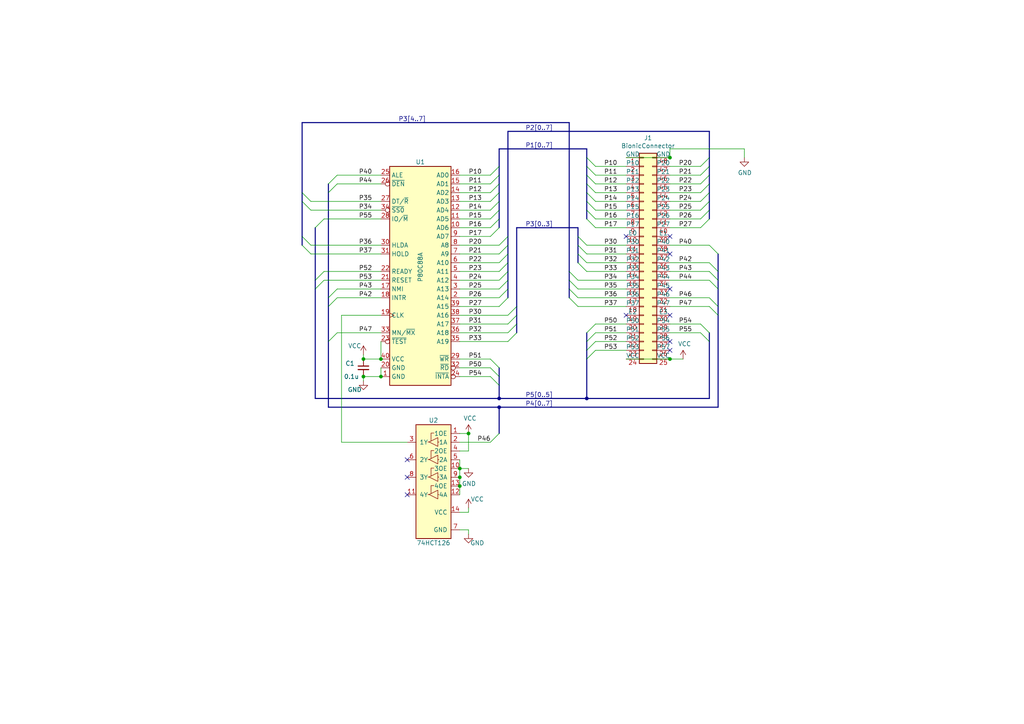
<source format=kicad_sch>
(kicad_sch (version 20211123) (generator eeschema)
  (paper "A4")
  (title_block (title "BionicP8088 Mezzanine") (date "2022-01-18") (rev "1") (company "Tadashi G. Takaoka"))
  (lib_symbols
    (symbol "0-LocalLibrary:74HCT126" (pin_names (offset 1.016))
      (property "Reference" "U" (at 0 16.51 0))
      (property "Value" "74HCT126" (at 0 -19.05 0))
      (symbol "74HCT126_0_1"
        (polyline (pts (xy -1.2954 10.2108) (xy -1.6002 10.2108)))
        (polyline (pts (xy 1.2954 10.2362) (xy 1.651 10.2362)))
        (polyline (pts (xy 0.7112 10.5664) (xy 0.7112 12.827) (xy -0.127 12.827) (xy -0.1016 12.827)))
      )
      (symbol "74HCT126_1_0"
        (polyline (pts (xy 1.27 10.2362) (xy -1.27 11.5062) (xy -1.27 8.9662) (xy 1.27 10.2362)) (stroke (width 0.1524)))
        (pin input line (at -7.62 12.7 0) (length 2.54) (name "1OE") (number "1"))
        (pin input line (at -7.62 2.54 0) (length 2.54) (name "3OE") (number "10"))
        (pin tri_state line (at 7.62 -5.08 180) (length 2.54) (name "4Y") (number "11"))
        (pin input line (at -7.62 -5.08 0) (length 2.54) (name "4A") (number "12"))
        (pin input line (at -7.62 -2.54 0) (length 2.54) (name "4OE") (number "13"))
        (pin power_in line (at -7.62 -10.16 0) (length 2.54) (name "VCC") (number "14"))
        (pin input line (at -7.62 10.16 0) (length 2.54) (name "1A") (number "2"))
        (pin tri_state line (at 7.62 10.16 180) (length 2.54) (name "1Y") (number "3"))
        (pin input line (at -7.62 7.62 0) (length 2.54) (name "2OE") (number "4"))
        (pin input line (at -7.62 5.08 0) (length 2.54) (name "2A") (number "5"))
        (pin tri_state line (at 7.62 5.08 180) (length 2.54) (name "2Y") (number "6"))
        (pin power_in line (at -7.62 -15.24 0) (length 2.54) (name "GND") (number "7"))
        (pin tri_state line (at 7.62 0 180) (length 2.54) (name "3Y") (number "8"))
        (pin input line (at -7.62 0 0) (length 2.54) (name "3A") (number "9"))
      )
      (symbol "74HCT126_1_1"
        (rectangle (start -5.08 15.24) (end 5.08 -17.78) (stroke (width 0.254)) (fill (type background)))
        (polyline (pts (xy -1.2954 -5.0292) (xy -1.6002 -5.0292)))
        (polyline (pts (xy -1.2954 0.0508) (xy -1.6002 0.0508)))
        (polyline (pts (xy -1.2954 5.1308) (xy -1.6002 5.1308)))
        (polyline (pts (xy 1.2954 -5.0038) (xy 1.651 -5.0038)))
        (polyline (pts (xy 1.2954 0.0762) (xy 1.651 0.0762)))
        (polyline (pts (xy 1.2954 5.1562) (xy 1.651 5.1562)))
        (polyline (pts (xy 0.7112 -4.6736) (xy 0.7112 -2.413) (xy -0.127 -2.413) (xy -0.1016 -2.413)))
        (polyline (pts (xy 0.7112 0.4064) (xy 0.7112 2.667) (xy -0.127 2.667) (xy -0.1016 2.667)))
        (polyline (pts (xy 0.7112 5.4864) (xy 0.7112 7.747) (xy -0.127 7.747) (xy -0.1016 7.747)))
        (polyline (pts (xy 1.27 -5.0038) (xy -1.27 -3.7338) (xy -1.27 -6.2738) (xy 1.27 -5.0038)) (stroke (width 0.1524)))
        (polyline (pts (xy 1.27 0.0762) (xy -1.27 1.3462) (xy -1.27 -1.1938) (xy 1.27 0.0762)) (stroke (width 0.1524)))
        (polyline (pts (xy 1.27 5.1562) (xy -1.27 6.4262) (xy -1.27 3.8862) (xy 1.27 5.1562)) (stroke (width 0.1524)))
      )
    )
    (symbol "0-LocalLibrary:BionicConnector" (pin_names (offset 0))
      (property "Reference" "J" (at 1.27 30.48 0))
      (property "Value" "BionicConnector" (at 3.81 33.02 0))
      (symbol "BionicConnector_1_1"
        (rectangle (start -1.27 -30.353) (end 0 -30.607) (stroke (width 0.1524)))
        (rectangle (start -1.27 -27.813) (end 0 -28.067) (stroke (width 0.1524)))
        (rectangle (start -1.27 -25.273) (end 0 -25.527) (stroke (width 0.1524)))
        (rectangle (start -1.27 -22.733) (end 0 -22.987) (stroke (width 0.1524)))
        (rectangle (start -1.27 -20.193) (end 0 -20.447) (stroke (width 0.1524)))
        (rectangle (start -1.27 -17.653) (end 0 -17.907) (stroke (width 0.1524)))
        (rectangle (start -1.27 -15.113) (end 0 -15.367) (stroke (width 0.1524)))
        (rectangle (start -1.27 -12.573) (end 0 -12.827) (stroke (width 0.1524)))
        (rectangle (start -1.27 -10.033) (end 0 -10.287) (stroke (width 0.1524)))
        (rectangle (start -1.27 -7.493) (end 0 -7.747) (stroke (width 0.1524)))
        (rectangle (start -1.27 -4.953) (end 0 -5.207) (stroke (width 0.1524)))
        (rectangle (start -1.27 -2.413) (end 0 -2.667) (stroke (width 0.1524)))
        (rectangle (start -1.27 0.127) (end 0 -0.127) (stroke (width 0.1524)))
        (rectangle (start -1.27 2.667) (end 0 2.413) (stroke (width 0.1524)))
        (rectangle (start -1.27 5.207) (end 0 4.953) (stroke (width 0.1524)))
        (rectangle (start -1.27 7.747) (end 0 7.493) (stroke (width 0.1524)))
        (rectangle (start -1.27 10.287) (end 0 10.033) (stroke (width 0.1524)))
        (rectangle (start -1.27 12.827) (end 0 12.573) (stroke (width 0.1524)))
        (rectangle (start -1.27 15.367) (end 0 15.113) (stroke (width 0.1524)))
        (rectangle (start -1.27 17.907) (end 0 17.653) (stroke (width 0.1524)))
        (rectangle (start -1.27 20.447) (end 0 20.193) (stroke (width 0.1524)))
        (rectangle (start -1.27 22.987) (end 0 22.733) (stroke (width 0.1524)))
        (rectangle (start -1.27 25.527) (end 0 25.273) (stroke (width 0.1524)))
        (rectangle (start -1.27 28.067) (end 0 27.813) (stroke (width 0.1524)))
        (rectangle (start -1.27 29.21) (end 3.81 -31.75) (stroke (width 0.254)) (fill (type background)))
        (rectangle (start 3.81 -30.353) (end 2.54 -30.607) (stroke (width 0.1524)))
        (rectangle (start 3.81 -27.813) (end 2.54 -28.067) (stroke (width 0.1524)))
        (rectangle (start 3.81 -25.273) (end 2.54 -25.527) (stroke (width 0.1524)))
        (rectangle (start 3.81 -22.733) (end 2.54 -22.987) (stroke (width 0.1524)))
        (rectangle (start 3.81 -20.193) (end 2.54 -20.447) (stroke (width 0.1524)))
        (rectangle (start 3.81 -17.653) (end 2.54 -17.907) (stroke (width 0.1524)))
        (rectangle (start 3.81 -15.113) (end 2.54 -15.367) (stroke (width 0.1524)))
        (rectangle (start 3.81 -12.573) (end 2.54 -12.827) (stroke (width 0.1524)))
        (rectangle (start 3.81 -10.033) (end 2.54 -10.287) (stroke (width 0.1524)))
        (rectangle (start 3.81 -7.493) (end 2.54 -7.747) (stroke (width 0.1524)))
        (rectangle (start 3.81 -4.953) (end 2.54 -5.207) (stroke (width 0.1524)))
        (rectangle (start 3.81 -2.413) (end 2.54 -2.667) (stroke (width 0.1524)))
        (rectangle (start 3.81 0.127) (end 2.54 -0.127) (stroke (width 0.1524)))
        (rectangle (start 3.81 2.667) (end 2.54 2.413) (stroke (width 0.1524)))
        (rectangle (start 3.81 5.207) (end 2.54 4.953) (stroke (width 0.1524)))
        (rectangle (start 3.81 7.747) (end 2.54 7.493) (stroke (width 0.1524)))
        (rectangle (start 3.81 10.287) (end 2.54 10.033) (stroke (width 0.1524)))
        (rectangle (start 3.81 12.827) (end 2.54 12.573) (stroke (width 0.1524)))
        (rectangle (start 3.81 15.367) (end 2.54 15.113) (stroke (width 0.1524)))
        (rectangle (start 3.81 17.907) (end 2.54 17.653) (stroke (width 0.1524)))
        (rectangle (start 3.81 20.447) (end 2.54 20.193) (stroke (width 0.1524)))
        (rectangle (start 3.81 22.987) (end 2.54 22.733) (stroke (width 0.1524)))
        (rectangle (start 3.81 25.527) (end 2.54 25.273) (stroke (width 0.1524)))
        (rectangle (start 3.81 28.067) (end 2.54 27.813) (stroke (width 0.1524)))
        (pin power_out line (at -5.08 27.94 0) (length 3.81) (name "GND") (number "1"))
        (pin bidirectional line (at -5.08 5.08 0) (length 3.81) (name "E0") (number "10"))
        (pin bidirectional line (at -5.08 2.54 0) (length 3.81) (name "P30") (number "11"))
        (pin bidirectional line (at -5.08 0 0) (length 3.81) (name "P31") (number "12"))
        (pin bidirectional line (at -5.08 -2.54 0) (length 3.81) (name "P32") (number "13"))
        (pin bidirectional line (at -5.08 -5.08 0) (length 3.81) (name "P33") (number "14"))
        (pin bidirectional line (at -5.08 -7.62 0) (length 3.81) (name "P34") (number "15"))
        (pin bidirectional line (at -5.08 -10.16 0) (length 3.81) (name "P35") (number "16"))
        (pin bidirectional line (at -5.08 -12.7 0) (length 3.81) (name "P36") (number "17"))
        (pin bidirectional line (at -5.08 -15.24 0) (length 3.81) (name "P37") (number "18"))
        (pin bidirectional line (at -5.08 -17.78 0) (length 3.81) (name "E2") (number "19"))
        (pin bidirectional line (at -5.08 25.4 0) (length 3.81) (name "P10") (number "2"))
        (pin bidirectional line (at -5.08 -20.32 0) (length 3.81) (name "P50") (number "20"))
        (pin bidirectional line (at -5.08 -22.86 0) (length 3.81) (name "P51") (number "21"))
        (pin bidirectional line (at -5.08 -25.4 0) (length 3.81) (name "P52") (number "22"))
        (pin bidirectional line (at -5.08 -27.94 0) (length 3.81) (name "P53") (number "23"))
        (pin power_out line (at -5.08 -30.48 0) (length 3.81) (name "VCC") (number "24"))
        (pin power_in line (at 7.62 -30.48 180) (length 3.81) (name "VCC") (number "25"))
        (pin bidirectional line (at 7.62 -27.94 180) (length 3.81) (name "P57") (number "26"))
        (pin bidirectional line (at 7.62 -25.4 180) (length 3.81) (name "P56") (number "27"))
        (pin bidirectional line (at 7.62 -22.86 180) (length 3.81) (name "P55") (number "28"))
        (pin bidirectional line (at 7.62 -20.32 180) (length 3.81) (name "P54") (number "29"))
        (pin bidirectional line (at -5.08 22.86 0) (length 3.81) (name "P11") (number "3"))
        (pin bidirectional line (at 7.62 -17.78 180) (length 3.81) (name "E3") (number "30"))
        (pin bidirectional line (at 7.62 -15.24 180) (length 3.81) (name "P47") (number "31"))
        (pin bidirectional line (at 7.62 -12.7 180) (length 3.81) (name "P46") (number "32"))
        (pin bidirectional line (at 7.62 -10.16 180) (length 3.81) (name "P45") (number "33"))
        (pin bidirectional line (at 7.62 -7.62 180) (length 3.81) (name "P44") (number "34"))
        (pin bidirectional line (at 7.62 -5.08 180) (length 3.81) (name "P43") (number "35"))
        (pin bidirectional line (at 7.62 -2.54 180) (length 3.81) (name "P42") (number "36"))
        (pin bidirectional line (at 7.62 0 180) (length 3.81) (name "P41") (number "37"))
        (pin bidirectional line (at 7.62 2.54 180) (length 3.81) (name "P40") (number "38"))
        (pin bidirectional line (at 7.62 5.08 180) (length 3.81) (name "E1") (number "39"))
        (pin bidirectional line (at -5.08 20.32 0) (length 3.81) (name "P12") (number "4"))
        (pin bidirectional line (at 7.62 7.62 180) (length 3.81) (name "P27") (number "40"))
        (pin bidirectional line (at 7.62 10.16 180) (length 3.81) (name "P26") (number "41"))
        (pin bidirectional line (at 7.62 12.7 180) (length 3.81) (name "P25") (number "42"))
        (pin bidirectional line (at 7.62 15.24 180) (length 3.81) (name "P24") (number "43"))
        (pin bidirectional line (at 7.62 17.78 180) (length 3.81) (name "P23") (number "44"))
        (pin bidirectional line (at 7.62 20.32 180) (length 3.81) (name "P22") (number "45"))
        (pin bidirectional line (at 7.62 22.86 180) (length 3.81) (name "P21") (number "46"))
        (pin bidirectional line (at 7.62 25.4 180) (length 3.81) (name "P20") (number "47"))
        (pin power_in line (at 7.62 27.94 180) (length 3.81) (name "GND") (number "48"))
        (pin bidirectional line (at -5.08 17.78 0) (length 3.81) (name "P13") (number "5"))
        (pin bidirectional line (at -5.08 15.24 0) (length 3.81) (name "P14") (number "6"))
        (pin bidirectional line (at -5.08 12.7 0) (length 3.81) (name "P15") (number "7"))
        (pin bidirectional line (at -5.08 10.16 0) (length 3.81) (name "P16") (number "8"))
        (pin bidirectional line (at -5.08 7.62 0) (length 3.81) (name "P17") (number "9"))
      )
    )
    (symbol "0-LocalLibrary:P80C88A"
      (property "Reference" "U" (at -1.27 31.75 0))
      (property "Value" "P80C88A" (at 0 -3.81 90))
      (symbol "P80C88A_0_1"
        (rectangle (start -8.89 -33.02) (end 8.89 30.48) (stroke (width 0.254)) (fill (type background)))
      )
      (symbol "P80C88A_1_1"
        (pin power_in line (at -11.43 -30.48 0) (length 2.54) (name "GND") (number "1"))
        (pin bidirectional line (at 11.43 12.7 180) (length 2.54) (name "AD6") (number "10"))
        (pin bidirectional line (at 11.43 15.24 180) (length 2.54) (name "AD5") (number "11"))
        (pin bidirectional line (at 11.43 17.78 180) (length 2.54) (name "AD4") (number "12"))
        (pin bidirectional line (at 11.43 20.32 180) (length 2.54) (name "AD3") (number "13"))
        (pin bidirectional line (at 11.43 22.86 180) (length 2.54) (name "AD2") (number "14"))
        (pin bidirectional line (at 11.43 25.4 180) (length 2.54) (name "AD1") (number "15"))
        (pin bidirectional line (at 11.43 27.94 180) (length 2.54) (name "AD0") (number "16"))
        (pin input line (at -11.43 -5.08 0) (length 2.54) (name "NMI") (number "17"))
        (pin input line (at -11.43 -7.62 0) (length 2.54) (name "INTR") (number "18"))
        (pin input clock (at -11.43 -12.7 0) (length 2.54) (name "CLK") (number "19"))
        (pin output line (at 11.43 -7.62 180) (length 2.54) (name "A14") (number "2"))
        (pin power_in line (at -11.43 -27.94 0) (length 2.54) (name "GND") (number "20"))
        (pin input line (at -11.43 -2.54 0) (length 2.54) (name "RESET") (number "21"))
        (pin input line (at -11.43 0 0) (length 2.54) (name "READY") (number "22"))
        (pin input inverted (at -11.43 -20.32 0) (length 2.54) (name "~{TEST}") (number "23"))
        (pin output inverted (at 11.43 -30.48 180) (length 2.54) (name "~{INTA}") (number "24"))
        (pin output line (at -11.43 27.94 0) (length 2.54) (name "ALE") (number "25"))
        (pin output inverted (at -11.43 25.4 0) (length 2.54) (name "~{DEN}") (number "26"))
        (pin output line (at -11.43 20.32 0) (length 2.54) (name "DT/~{R}") (number "27"))
        (pin output line (at -11.43 15.24 0) (length 2.54) (name "IO/~{M}") (number "28"))
        (pin output line (at 11.43 -25.4 180) (length 2.54) (name "~{WR}") (number "29"))
        (pin output line (at 11.43 -5.08 180) (length 2.54) (name "A13") (number "3"))
        (pin output line (at -11.43 7.62 0) (length 2.54) (name "HLDA") (number "30"))
        (pin input line (at -11.43 5.08 0) (length 2.54) (name "HOLD") (number "31"))
        (pin output inverted (at 11.43 -27.94 180) (length 2.54) (name "~{RD}") (number "32"))
        (pin input line (at -11.43 -17.78 0) (length 2.54) (name "MN/~{MX}") (number "33"))
        (pin output inverted (at -11.43 17.78 0) (length 2.54) (name "~{SS0}") (number "34"))
        (pin output line (at 11.43 -20.32 180) (length 2.54) (name "A19") (number "35"))
        (pin output line (at 11.43 -17.78 180) (length 2.54) (name "A18") (number "36"))
        (pin output line (at 11.43 -15.24 180) (length 2.54) (name "A17") (number "37"))
        (pin output line (at 11.43 -12.7 180) (length 2.54) (name "A16") (number "38"))
        (pin output line (at 11.43 -10.16 180) (length 2.54) (name "A15") (number "39"))
        (pin output line (at 11.43 -2.54 180) (length 2.54) (name "A12") (number "4"))
        (pin power_in line (at -11.43 -25.4 0) (length 2.54) (name "VCC") (number "40"))
        (pin output line (at 11.43 0 180) (length 2.54) (name "A11") (number "5"))
        (pin output line (at 11.43 2.54 180) (length 2.54) (name "A10") (number "6"))
        (pin output line (at 11.43 5.08 180) (length 2.54) (name "A9") (number "7"))
        (pin output line (at 11.43 7.62 180) (length 2.54) (name "A8") (number "8"))
        (pin bidirectional line (at 11.43 10.16 180) (length 2.54) (name "AD7") (number "9"))
      )
    )
    (symbol "Device:C_Small" (pin_numbers hide) (pin_names (offset 0.254) hide)
      (property "Reference" "C" (at 0.254 1.778 0))
      (property "Value" "C_Small" (at 0.254 -2.032 0))
      (symbol "C_Small_0_1"
        (polyline (pts (xy -1.524 -0.508) (xy 1.524 -0.508)) (stroke (width 0.3302)))
        (polyline (pts (xy -1.524 0.508) (xy 1.524 0.508)) (stroke (width 0.3048)))
      )
      (symbol "C_Small_1_1"
        (pin passive line (at 0 2.54 270) (length 2.032) (name "~") (number "1"))
        (pin passive line (at 0 -2.54 90) (length 2.032) (name "~") (number "2"))
      )
    )
    (symbol "power:GND" (power) (pin_names (offset 0))
      (property "Value" "GND" (at 0 -3.81 0))
      (symbol "GND_0_1"
        (polyline (pts (xy 0 0) (xy 0 -1.27) (xy 1.27 -1.27) (xy 0 -2.54) (xy -1.27 -1.27) (xy 0 -1.27)))
      )
      (symbol "GND_1_1"
        (pin power_in line (at 0 0 270) (length 0) hide (name "GND") (number "1"))
      )
    )
    (symbol "power:VCC" (power) (pin_names (offset 0))
      (property "Value" "VCC" (at 0 3.81 0))
      (symbol "VCC_0_1"
        (polyline (pts (xy -0.762 1.27) (xy 0 2.54)))
        (polyline (pts (xy 0 0) (xy 0 2.54)))
        (polyline (pts (xy 0 2.54) (xy 0.762 1.27)))
      )
      (symbol "VCC_1_1"
        (pin power_in line (at 0 0 90) (length 0) hide (name "VCC") (number "1"))
      )
    )
  )
  (junction (at 110.49 104.14))
  (junction (at 105.41 109.22))
  (junction (at 194.31 45.72))
  (junction (at 144.78 115.57))
  (junction (at 133.35 138.43))
  (junction (at 133.35 135.89))
  (junction (at 133.35 140.97))
  (junction (at 194.31 104.14))
  (junction (at 170.18 115.57))
  (junction (at 135.89 125.73))
  (junction (at 144.78 118.11))
  (junction (at 105.41 104.14))
  (junction (at 110.49 109.22))
  (no_connect (at 181.61 91.44))
  (no_connect (at 194.31 83.82))
  (no_connect (at 194.31 73.66))
  (no_connect (at 118.11 138.43))
  (no_connect (at 181.61 68.58))
  (no_connect (at 194.31 91.44))
  (no_connect (at 194.31 99.06))
  (no_connect (at 118.11 133.35))
  (no_connect (at 118.11 143.51))
  (no_connect (at 194.31 68.58))
  (no_connect (at 194.31 101.6))
  (bus_entry (at 142.24 66.04) (size 2.54 -2.54))
  (bus_entry (at 91.44 66.04) (size 2.54 -2.54))
  (bus_entry (at 172.72 101.6) (size -2.54 2.54))
  (bus_entry (at 205.74 60.96) (size -2.54 2.54))
  (bus_entry (at 147.32 76.2) (size -2.54 2.54))
  (bus_entry (at 205.74 45.72) (size -2.54 2.54))
  (bus_entry (at 142.24 58.42) (size 2.54 -2.54))
  (bus_entry (at 205.74 50.8) (size -2.54 2.54))
  (bus_entry (at 167.64 76.2) (size 2.54 2.54))
  (bus_entry (at 142.24 104.14) (size 2.54 2.54))
  (bus_entry (at 172.72 50.8) (size -2.54 -2.54))
  (bus_entry (at 172.72 66.04) (size -2.54 -2.54))
  (bus_entry (at 205.74 63.5) (size -2.54 2.54))
  (bus_entry (at 167.64 83.82) (size -2.54 -2.54))
  (bus_entry (at 172.72 58.42) (size -2.54 -2.54))
  (bus_entry (at 149.86 96.52) (size -2.54 2.54))
  (bus_entry (at 205.74 88.9) (size 2.54 2.54))
  (bus_entry (at 149.86 88.9) (size -2.54 2.54))
  (bus_entry (at 95.25 53.34) (size 2.54 -2.54))
  (bus_entry (at 172.72 48.26) (size -2.54 -2.54))
  (bus_entry (at 172.72 53.34) (size -2.54 -2.54))
  (bus_entry (at 205.74 71.12) (size 2.54 2.54))
  (bus_entry (at 205.74 53.34) (size -2.54 2.54))
  (bus_entry (at 87.63 68.58) (size 2.54 2.54))
  (bus_entry (at 87.63 71.12) (size 2.54 2.54))
  (bus_entry (at 205.74 48.26) (size -2.54 2.54))
  (bus_entry (at 144.78 125.73) (size -2.54 2.54))
  (bus_entry (at 167.64 73.66) (size 2.54 2.54))
  (bus_entry (at 172.72 63.5) (size -2.54 -2.54))
  (bus_entry (at 147.32 81.28) (size -2.54 2.54))
  (bus_entry (at 87.63 55.88) (size 2.54 2.54))
  (bus_entry (at 203.2 93.98) (size 2.54 2.54))
  (bus_entry (at 205.74 81.28) (size 2.54 2.54))
  (bus_entry (at 167.64 86.36) (size -2.54 -2.54))
  (bus_entry (at 95.25 99.06) (size 2.54 -2.54))
  (bus_entry (at 167.64 88.9) (size -2.54 -2.54))
  (bus_entry (at 147.32 86.36) (size -2.54 2.54))
  (bus_entry (at 147.32 78.74) (size -2.54 2.54))
  (bus_entry (at 95.25 86.36) (size 2.54 -2.54))
  (bus_entry (at 149.86 93.98) (size -2.54 2.54))
  (bus_entry (at 147.32 71.12) (size -2.54 2.54))
  (bus_entry (at 149.86 91.44) (size -2.54 2.54))
  (bus_entry (at 142.24 68.58) (size 2.54 -2.54))
  (bus_entry (at 172.72 99.06) (size -2.54 2.54))
  (bus_entry (at 91.44 83.82) (size 2.54 -2.54))
  (bus_entry (at 172.72 93.98) (size -2.54 2.54))
  (bus_entry (at 142.24 50.8) (size 2.54 -2.54))
  (bus_entry (at 142.24 55.88) (size 2.54 -2.54))
  (bus_entry (at 147.32 73.66) (size -2.54 2.54))
  (bus_entry (at 147.32 68.58) (size -2.54 2.54))
  (bus_entry (at 95.25 88.9) (size 2.54 -2.54))
  (bus_entry (at 167.64 68.58) (size 2.54 2.54))
  (bus_entry (at 205.74 78.74) (size 2.54 2.54))
  (bus_entry (at 205.74 55.88) (size -2.54 2.54))
  (bus_entry (at 87.63 58.42) (size 2.54 2.54))
  (bus_entry (at 205.74 86.36) (size 2.54 2.54))
  (bus_entry (at 205.74 76.2) (size 2.54 2.54))
  (bus_entry (at 142.24 106.68) (size 2.54 2.54))
  (bus_entry (at 172.72 55.88) (size -2.54 -2.54))
  (bus_entry (at 147.32 83.82) (size -2.54 2.54))
  (bus_entry (at 142.24 109.22) (size 2.54 2.54))
  (bus_entry (at 172.72 96.52) (size -2.54 2.54))
  (bus_entry (at 95.25 55.88) (size 2.54 -2.54))
  (bus_entry (at 142.24 60.96) (size 2.54 -2.54))
  (bus_entry (at 203.2 96.52) (size 2.54 2.54))
  (bus_entry (at 172.72 60.96) (size -2.54 -2.54))
  (bus_entry (at 167.64 71.12) (size 2.54 2.54))
  (bus_entry (at 167.64 81.28) (size -2.54 -2.54))
  (bus_entry (at 142.24 53.34) (size 2.54 -2.54))
  (bus_entry (at 205.74 58.42) (size -2.54 2.54))
  (bus_entry (at 142.24 63.5) (size 2.54 -2.54))
  (bus_entry (at 91.44 81.28) (size 2.54 -2.54))
  (wire (pts (xy 133.35 138.43) (xy 133.35 140.97)))
  (bus (pts (xy 208.28 81.28) (xy 208.28 83.82)))
  (wire (pts (xy 133.35 135.89) (xy 135.89 135.89)))
  (wire (pts (xy 194.31 81.28) (xy 205.74 81.28)))
  (wire (pts (xy 133.35 93.98) (xy 147.32 93.98)))
  (bus (pts (xy 205.74 48.26) (xy 205.74 50.8)))
  (bus (pts (xy 170.18 96.52) (xy 170.18 99.06)))
  (bus (pts (xy 165.1 83.82) (xy 165.1 81.28)))
  (bus (pts (xy 147.32 83.82) (xy 147.32 86.36)))
  (wire (pts (xy 194.31 55.88) (xy 203.2 55.88)))
  (wire (pts (xy 135.89 148.59) (xy 135.89 147.32)))
  (wire (pts (xy 133.35 53.34) (xy 142.24 53.34)))
  (wire (pts (xy 93.98 63.5) (xy 110.49 63.5)))
  (wire (pts (xy 181.61 71.12) (xy 170.18 71.12)))
  (wire (pts (xy 133.35 128.27) (xy 142.24 128.27)))
  (wire (pts (xy 133.35 66.04) (xy 142.24 66.04)))
  (bus (pts (xy 167.64 73.66) (xy 167.64 76.2)))
  (wire (pts (xy 133.35 140.97) (xy 133.35 143.51)))
  (wire (pts (xy 215.9 43.18) (xy 215.9 45.72)))
  (bus (pts (xy 144.78 63.5) (xy 144.78 66.04)))
  (bus (pts (xy 149.86 93.98) (xy 149.86 96.52)))
  (wire (pts (xy 181.61 78.74) (xy 170.18 78.74)))
  (wire (pts (xy 105.41 104.14) (xy 110.49 104.14)))
  (bus (pts (xy 208.28 88.9) (xy 208.28 91.44)))
  (wire (pts (xy 181.61 104.14) (xy 194.31 104.14)))
  (wire (pts (xy 194.31 96.52) (xy 203.2 96.52)))
  (wire (pts (xy 133.35 63.5) (xy 142.24 63.5)))
  (wire (pts (xy 99.06 91.44) (xy 99.06 128.27)))
  (wire (pts (xy 194.31 88.9) (xy 205.74 88.9)))
  (bus (pts (xy 91.44 81.28) (xy 91.44 83.82)))
  (wire (pts (xy 133.35 106.68) (xy 142.24 106.68)))
  (wire (pts (xy 194.31 93.98) (xy 203.2 93.98)))
  (bus (pts (xy 95.25 99.06) (xy 95.25 118.11)))
  (bus (pts (xy 144.78 109.22) (xy 144.78 111.76)))
  (bus (pts (xy 144.78 43.18) (xy 144.78 48.26)))
  (wire (pts (xy 97.79 96.52) (xy 110.49 96.52)))
  (bus (pts (xy 205.74 50.8) (xy 205.74 53.34)))
  (bus (pts (xy 205.74 96.52) (xy 205.74 99.06)))
  (bus (pts (xy 205.74 45.72) (xy 205.74 48.26)))
  (wire (pts (xy 167.64 83.82) (xy 181.61 83.82)))
  (wire (pts (xy 133.35 133.35) (xy 133.35 135.89)))
  (bus (pts (xy 87.63 35.56) (xy 87.63 55.88)))
  (bus (pts (xy 170.18 45.72) (xy 170.18 48.26)))
  (wire (pts (xy 181.61 101.6) (xy 172.72 101.6)))
  (wire (pts (xy 133.35 96.52) (xy 147.32 96.52)))
  (wire (pts (xy 133.35 58.42) (xy 142.24 58.42)))
  (bus (pts (xy 170.18 60.96) (xy 170.18 63.5)))
  (wire (pts (xy 181.61 45.72) (xy 194.31 45.72)))
  (wire (pts (xy 194.31 53.34) (xy 203.2 53.34)))
  (bus (pts (xy 95.25 55.88) (xy 95.25 86.36)))
  (bus (pts (xy 147.32 68.58) (xy 147.32 71.12)))
  (bus (pts (xy 147.32 81.28) (xy 147.32 83.82)))
  (bus (pts (xy 205.74 38.1) (xy 205.74 45.72)))
  (wire (pts (xy 194.31 71.12) (xy 205.74 71.12)))
  (wire (pts (xy 110.49 99.06) (xy 110.49 104.14)))
  (bus (pts (xy 147.32 38.1) (xy 147.32 68.58)))
  (wire (pts (xy 90.17 58.42) (xy 110.49 58.42)))
  (bus (pts (xy 205.74 58.42) (xy 205.74 60.96)))
  (bus (pts (xy 170.18 50.8) (xy 170.18 53.34)))
  (wire (pts (xy 181.61 58.42) (xy 172.72 58.42)))
  (wire (pts (xy 133.35 68.58) (xy 142.24 68.58)))
  (bus (pts (xy 147.32 78.74) (xy 147.32 81.28)))
  (bus (pts (xy 147.32 71.12) (xy 147.32 73.66)))
  (bus (pts (xy 95.25 86.36) (xy 95.25 88.9)))
  (bus (pts (xy 91.44 83.82) (xy 91.44 115.57)))
  (bus (pts (xy 144.78 55.88) (xy 144.78 58.42)))
  (bus (pts (xy 149.86 91.44) (xy 149.86 93.98)))
  (wire (pts (xy 194.31 63.5) (xy 203.2 63.5)))
  (bus (pts (xy 91.44 66.04) (xy 91.44 81.28)))
  (wire (pts (xy 105.41 104.14) (xy 105.41 102.87)))
  (wire (pts (xy 194.31 66.04) (xy 203.2 66.04)))
  (wire (pts (xy 133.35 109.22) (xy 142.24 109.22)))
  (bus (pts (xy 144.78 118.11) (xy 95.25 118.11)))
  (bus (pts (xy 170.18 115.57) (xy 144.78 115.57)))
  (bus (pts (xy 149.86 66.04) (xy 167.64 66.04)))
  (wire (pts (xy 181.61 63.5) (xy 172.72 63.5)))
  (wire (pts (xy 97.79 83.82) (xy 110.49 83.82)))
  (wire (pts (xy 105.41 109.22) (xy 110.49 109.22)))
  (wire (pts (xy 181.61 99.06) (xy 172.72 99.06)))
  (wire (pts (xy 105.41 110.49) (xy 105.41 109.22)))
  (bus (pts (xy 147.32 76.2) (xy 147.32 78.74)))
  (bus (pts (xy 144.78 53.34) (xy 144.78 55.88)))
  (bus (pts (xy 208.28 73.66) (xy 208.28 78.74)))
  (bus (pts (xy 144.78 48.26) (xy 144.78 50.8)))
  (wire (pts (xy 194.31 43.18) (xy 194.31 45.72)))
  (bus (pts (xy 170.18 101.6) (xy 170.18 104.14)))
  (wire (pts (xy 181.61 88.9) (xy 167.64 88.9)))
  (bus (pts (xy 205.74 115.57) (xy 170.18 115.57)))
  (bus (pts (xy 144.78 118.11) (xy 144.78 125.73)))
  (wire (pts (xy 133.35 76.2) (xy 144.78 76.2)))
  (bus (pts (xy 208.28 83.82) (xy 208.28 88.9)))
  (bus (pts (xy 147.32 73.66) (xy 147.32 76.2)))
  (bus (pts (xy 205.74 55.88) (xy 205.74 58.42)))
  (wire (pts (xy 133.35 99.06) (xy 147.32 99.06)))
  (wire (pts (xy 133.35 60.96) (xy 142.24 60.96)))
  (wire (pts (xy 99.06 91.44) (xy 110.49 91.44)))
  (wire (pts (xy 181.61 76.2) (xy 170.18 76.2)))
  (wire (pts (xy 194.31 58.42) (xy 203.2 58.42)))
  (bus (pts (xy 205.74 99.06) (xy 205.74 115.57)))
  (wire (pts (xy 194.31 48.26) (xy 203.2 48.26)))
  (bus (pts (xy 144.78 60.96) (xy 144.78 63.5)))
  (bus (pts (xy 144.78 50.8) (xy 144.78 53.34)))
  (bus (pts (xy 205.74 53.34) (xy 205.74 55.88)))
  (bus (pts (xy 144.78 58.42) (xy 144.78 60.96)))
  (wire (pts (xy 194.31 60.96) (xy 203.2 60.96)))
  (bus (pts (xy 87.63 58.42) (xy 87.63 68.58)))
  (wire (pts (xy 133.35 91.44) (xy 147.32 91.44)))
  (wire (pts (xy 181.61 50.8) (xy 172.72 50.8)))
  (wire (pts (xy 181.61 66.04) (xy 172.72 66.04)))
  (wire (pts (xy 194.31 78.74) (xy 205.74 78.74)))
  (bus (pts (xy 167.64 68.58) (xy 167.64 71.12)))
  (bus (pts (xy 147.32 38.1) (xy 205.74 38.1)))
  (bus (pts (xy 208.28 78.74) (xy 208.28 81.28)))
  (wire (pts (xy 133.35 50.8) (xy 142.24 50.8)))
  (bus (pts (xy 170.18 58.42) (xy 170.18 60.96)))
  (bus (pts (xy 170.18 55.88) (xy 170.18 58.42)))
  (wire (pts (xy 181.61 93.98) (xy 172.72 93.98)))
  (wire (pts (xy 97.79 86.36) (xy 110.49 86.36)))
  (bus (pts (xy 149.86 88.9) (xy 149.86 91.44)))
  (wire (pts (xy 181.61 60.96) (xy 172.72 60.96)))
  (wire (pts (xy 133.35 135.89) (xy 133.35 138.43)))
  (wire (pts (xy 135.89 125.73) (xy 135.89 130.81)))
  (bus (pts (xy 87.63 55.88) (xy 87.63 58.42)))
  (wire (pts (xy 181.61 73.66) (xy 170.18 73.66)))
  (bus (pts (xy 167.64 66.04) (xy 167.64 68.58)))
  (wire (pts (xy 133.35 153.67) (xy 135.89 153.67)))
  (wire (pts (xy 181.61 96.52) (xy 172.72 96.52)))
  (wire (pts (xy 194.31 43.18) (xy 215.9 43.18)))
  (bus (pts (xy 170.18 104.14) (xy 170.18 115.57)))
  (bus (pts (xy 170.18 48.26) (xy 170.18 50.8)))
  (wire (pts (xy 167.64 81.28) (xy 181.61 81.28)))
  (bus (pts (xy 165.1 78.74) (xy 165.1 35.56)))
  (wire (pts (xy 181.61 53.34) (xy 172.72 53.34)))
  (wire (pts (xy 194.31 86.36) (xy 205.74 86.36)))
  (wire (pts (xy 133.35 125.73) (xy 135.89 125.73)))
  (wire (pts (xy 118.11 128.27) (xy 99.06 128.27)))
  (bus (pts (xy 149.86 88.9) (xy 149.86 66.04)))
  (wire (pts (xy 133.35 104.14) (xy 142.24 104.14)))
  (wire (pts (xy 110.49 106.68) (xy 110.49 109.22)))
  (bus (pts (xy 87.63 35.56) (xy 165.1 35.56)))
  (wire (pts (xy 97.79 50.8) (xy 110.49 50.8)))
  (bus (pts (xy 170.18 43.18) (xy 170.18 45.72)))
  (wire (pts (xy 194.31 50.8) (xy 203.2 50.8)))
  (wire (pts (xy 194.31 104.14) (xy 198.12 104.14)))
  (bus (pts (xy 95.25 53.34) (xy 95.25 55.88)))
  (wire (pts (xy 97.79 53.34) (xy 110.49 53.34)))
  (wire (pts (xy 167.64 86.36) (xy 181.61 86.36)))
  (wire (pts (xy 181.61 48.26) (xy 172.72 48.26)))
  (wire (pts (xy 133.35 88.9) (xy 144.78 88.9)))
  (wire (pts (xy 181.61 55.88) (xy 172.72 55.88)))
  (bus (pts (xy 144.78 111.76) (xy 144.78 115.57)))
  (bus (pts (xy 208.28 91.44) (xy 208.28 118.11)))
  (wire (pts (xy 90.17 71.12) (xy 110.49 71.12)))
  (bus (pts (xy 165.1 86.36) (xy 165.1 83.82)))
  (bus (pts (xy 165.1 81.28) (xy 165.1 78.74)))
  (wire (pts (xy 133.35 78.74) (xy 144.78 78.74)))
  (wire (pts (xy 133.35 83.82) (xy 144.78 83.82)))
  (wire (pts (xy 133.35 86.36) (xy 144.78 86.36)))
  (bus (pts (xy 170.18 53.34) (xy 170.18 55.88)))
  (wire (pts (xy 194.31 76.2) (xy 205.74 76.2)))
  (bus (pts (xy 87.63 68.58) (xy 87.63 71.12)))
  (wire (pts (xy 133.35 130.81) (xy 135.89 130.81)))
  (bus (pts (xy 208.28 118.11) (xy 144.78 118.11)))
  (bus (pts (xy 95.25 88.9) (xy 95.25 99.06)))
  (wire (pts (xy 133.35 73.66) (xy 144.78 73.66)))
  (bus (pts (xy 205.74 60.96) (xy 205.74 63.5)))
  (wire (pts (xy 133.35 71.12) (xy 144.78 71.12)))
  (bus (pts (xy 170.18 99.06) (xy 170.18 101.6)))
  (wire (pts (xy 93.98 78.74) (xy 110.49 78.74)))
  (bus (pts (xy 144.78 43.18) (xy 170.18 43.18)))
  (bus (pts (xy 167.64 71.12) (xy 167.64 73.66)))
  (wire (pts (xy 133.35 81.28) (xy 144.78 81.28)))
  (wire (pts (xy 133.35 55.88) (xy 142.24 55.88)))
  (wire (pts (xy 90.17 60.96) (xy 110.49 60.96)))
  (bus (pts (xy 91.44 115.57) (xy 144.78 115.57)))
  (wire (pts (xy 135.89 148.59) (xy 133.35 148.59)))
  (wire (pts (xy 90.17 73.66) (xy 110.49 73.66)))
  (wire (pts (xy 93.98 81.28) (xy 110.49 81.28)))
  (wire (pts (xy 135.89 154.94) (xy 135.89 153.67)))
  (bus (pts (xy 144.78 106.68) (xy 144.78 109.22)))
  (label "P40" (at 196.85 71.12 0))
  (label "P53" (at 107.95 81.28 180))
  (label "P16" (at 179.07 63.5 180))
  (label "P15" (at 135.89 63.5 0))
  (label "P35" (at 179.07 83.82 180))
  (label "P22" (at 135.89 76.2 0))
  (label "P12" (at 135.89 55.88 0))
  (label "P23" (at 196.85 55.88 0))
  (label "P55" (at 107.95 63.5 180))
  (label "P44" (at 196.85 81.28 0))
  (label "P43" (at 107.95 83.82 180))
  (label "P32" (at 135.89 96.52 0))
  (label "P51" (at 135.89 104.14 0))
  (label "P53" (at 179.07 101.6 180))
  (label "P51" (at 179.07 96.52 180))
  (label "P31" (at 179.07 73.66 180))
  (label "P11" (at 135.89 53.34 0))
  (label "P33" (at 135.89 99.06 0))
  (label "P26" (at 196.85 63.5 0))
  (label "P27" (at 196.85 66.04 0))
  (label "P4[0..7]" (at 152.4 118.11 0))
  (label "P14" (at 135.89 60.96 0))
  (label "P1[0..7]" (at 152.4 43.18 0))
  (label "P31" (at 135.89 93.98 0))
  (label "P2[0..7]" (at 152.4 38.1 0))
  (label "P47" (at 196.85 88.9 0))
  (label "P20" (at 135.89 71.12 0))
  (label "P35" (at 107.95 58.42 180))
  (label "P10" (at 135.89 50.8 0))
  (label "P14" (at 179.07 58.42 180))
  (label "P5[0..5]" (at 152.4 115.57 0))
  (label "P52" (at 107.95 78.74 180))
  (label "P54" (at 135.89 109.22 0))
  (label "P50" (at 135.89 106.68 0))
  (label "P36" (at 107.95 71.12 180))
  (label "P27" (at 135.89 88.9 0))
  (label "P33" (at 179.07 78.74 180))
  (label "P13" (at 179.07 55.88 180))
  (label "P34" (at 179.07 81.28 180))
  (label "P43" (at 196.85 78.74 0))
  (label "P12" (at 179.07 53.34 180))
  (label "P25" (at 196.85 60.96 0))
  (label "P15" (at 179.07 60.96 180))
  (label "P26" (at 135.89 86.36 0))
  (label "P11" (at 179.07 50.8 180))
  (label "P20" (at 196.85 48.26 0))
  (label "P52" (at 179.07 99.06 180))
  (label "P10" (at 179.07 48.26 180))
  (label "P46" (at 196.85 86.36 0))
  (label "P37" (at 107.95 73.66 180))
  (label "P30" (at 179.07 71.12 180))
  (label "P21" (at 196.85 50.8 0))
  (label "P44" (at 107.95 53.34 180))
  (label "P17" (at 179.07 66.04 180))
  (label "P3[4..7]" (at 115.57 35.56 0))
  (label "P16" (at 135.89 66.04 0))
  (label "P34" (at 107.95 60.96 180))
  (label "P42" (at 196.85 76.2 0))
  (label "P24" (at 135.89 81.28 0))
  (label "P25" (at 135.89 83.82 0))
  (label "P42" (at 107.95 86.36 180))
  (label "P22" (at 196.85 53.34 0))
  (label "P55" (at 196.85 96.52 0))
  (label "P32" (at 179.07 76.2 180))
  (label "P40" (at 107.95 50.8 180))
  (label "P21" (at 135.89 73.66 0))
  (label "P54" (at 196.85 93.98 0))
  (label "P17" (at 135.89 68.58 0))
  (label "P24" (at 196.85 58.42 0))
  (label "P23" (at 135.89 78.74 0))
  (label "P50" (at 179.07 93.98 180))
  (label "P3[0..3]" (at 152.4 66.04 0))
  (label "P46" (at 138.43 128.27 0))
  (label "P37" (at 179.07 88.9 180))
  (label "P36" (at 179.07 86.36 180))
  (label "P13" (at 135.89 58.42 0))
  (label "P30" (at 135.89 91.44 0))
  (label "P47" (at 107.95 96.52 180))
  (symbol (lib_id "power:VCC") (at 105.41 102.87 0) (mirror y) (unit 1)
    (property "Reference" "#PWR03" (effects hide))
    (property "Value" "VCC" (at 102.87 100.33 0))
  )
  (symbol (lib_id "power:GND") (at 105.41 110.49 0) (mirror y) (unit 1)
    (property "Reference" "#PWR04" (effects hide))
    (property "Value" "GND" (at 102.87 113.03 0))
  )
  (symbol (lib_id "Device:C_Small") (at 105.41 106.68 0) (mirror y) (unit 1)
    (property "Reference" "C1" (at 102.87 105.41 0) (effects (justify left)))
    (property "Value" "0.1u" (at 104.14 109.22 0) (effects (justify left)))
    (property "Footprint" "Capacitor_THT:C_Disc_D3.4mm_W2.1mm_P2.50mm" (effects hide))
  )
  (symbol (lib_id "0-LocalLibrary:74HCT126") (at 125.73 138.43 0) (mirror y) (unit 1)
    (property "Reference" "U2" (at 125.73 121.92 0))
    (property "Value" "74HCT126" (at 125.73 157.48 0))
    (property "Footprint" "Package_DIP:DIP-14_W7.62mm" (effects hide))
    (property "Datasheet" "https://www.ti.com/lit/ds/symlink/cd74hct126.pdf" (effects hide))
  )
  (symbol (lib_id "power:VCC") (at 135.89 147.32 0) (unit 1)
    (property "Reference" "#PWR07" (effects hide))
    (property "Value" "VCC" (at 138.43 144.78 0))
  )
  (symbol (lib_id "power:GND") (at 135.89 154.94 0) (unit 1)
    (property "Reference" "#PWR08" (effects hide))
    (property "Value" "GND" (at 138.43 157.48 0))
  )
  (symbol (lib_id "power:VCC") (at 135.89 125.73 0) (unit 1)
    (property "Reference" "#PWR02" (effects hide))
    (property "Value" "VCC" (at 136.3218 121.3358 0))
  )
  (symbol (lib_id "power:GND") (at 135.89 135.89 0) (unit 1)
    (property "Reference" "#PWR06" (effects hide))
    (property "Value" "GND" (at 136.017 140.2842 0))
  )
  (symbol (lib_id "power:GND") (at 215.9 45.72 0) (unit 1)
    (property "Reference" "#PWR0101" (effects hide))
    (property "Value" "GND" (at 216.027 50.1142 0))
  )
  (symbol (lib_id "power:VCC") (at 198.12 104.14 0) (unit 1)
    (property "Reference" "#PWR0102" (effects hide))
    (property "Value" "VCC" (at 198.5518 99.7458 0))
  )
  (symbol (lib_id "0-LocalLibrary:BionicConnector") (at 186.69 73.66 0) (unit 1)
    (property "Reference" "J1" (at 187.96 40.005 0))
    (property "Value" "BionicConnector" (at 187.96 42.3164 0))
    (property "Footprint" "0-LocalLibrary:DIP-48_W7.62mm" (effects hide))
    (property "Datasheet" "https://www.arieselec.com/wp-content/uploads/2020/02/10001-universal-dip-zif-test-socket.pdf" (effects hide))
  )
  (symbol (lib_id "0-LocalLibrary:P80C88A") (at 121.92 78.74 0) (unit 1)
    (property "Reference" "U1" (at 121.92 46.99 0))
    (property "Value" "P80C88A" (at 121.92 77.47 90))
    (property "Footprint" "Package_DIP:DIP-40_W15.24mm" (effects hide))
    (property "Datasheet" "https://datasheetspdf.com/datasheet/P80C88A.html" (effects hide))
  )
)
</source>
